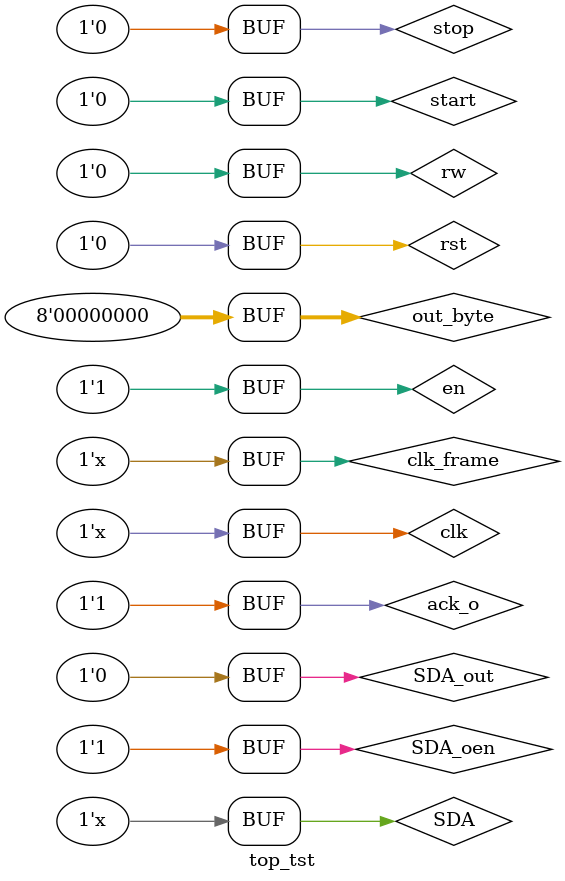
<source format=v>
`timescale 1ns / 1ps


module top_tst;

	// Inputs
	reg clk;
	reg clk_frame;
	reg rst;
	reg en;
	reg start;
	reg stop;
	reg ack_o;
	reg rw;
	reg [7:0] out_byte;

	// Outputs
	wire busy;
	wire err;
	wire [7:0] in_byte;
	wire SCL;

	// Bidirs
	wire SDA;
	
	reg SDA_in, SDA_out, SDA_oen;
	assign SDA = SDA_oen? 1'bz : SDA_out;

	// Instantiate the Unit Under Test (UUT)
	I2C_Top uut (
		.clk(clk), 
		.clk_frame(clk_frame), 
		.rst(rst), 
		.en(en), 
		.start(start), 
		.stop(stop), 
		.ack_o(ack_o), 
		.rw(rw), 
		.out_byte(out_byte), 
		.busy(busy), 
		.err(err), 
		.in_byte(in_byte), 
		.SCL(SCL), 
		.SDA(SDA)
	);

	initial begin
		// Initialize Inputs
		clk = 0;
		clk_frame = 0;
		rst = 1;
		en = 0;
		start = 0;
		stop = 0;
		ack_o = 1;
		rw = 0;
		out_byte = 0;
		SDA_oen = 1;
		// Wait 100 ns for global reset to finish
		#100;
      rst = 0;
		// Add stimulus here
		out_byte = 8'hAA;
		#115;
		en = 1;
		start = 1;
		stop = 0;
		#150;
		en = 0;
		start = 0;
		out_byte = 8'h00;
		#3750;
		SDA_oen = 0;
		SDA_out = 0;
		#355;
		SDA_out = 1;
		en = 1;
		rw = 0;
		#3625;
		SDA_oen = 1;
		SDA_out = 0;
		
	end
	
	always #5 clk = ~clk;
	always #55 clk_frame = ~clk_frame;
	
endmodule


</source>
